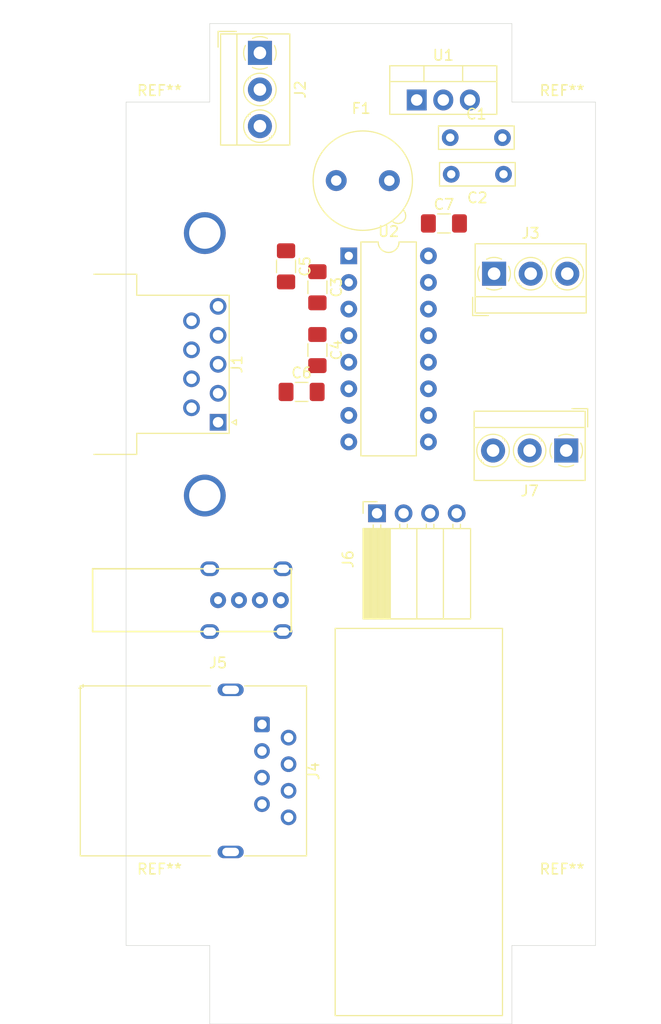
<source format=kicad_pcb>
(kicad_pcb (version 20171130) (host pcbnew 5.1.2)

  (general
    (thickness 1.6)
    (drawings 16)
    (tracks 0)
    (zones 0)
    (modules 21)
    (nets 20)
  )

  (page A4)
  (layers
    (0 F.Cu signal)
    (31 B.Cu signal)
    (32 B.Adhes user)
    (33 F.Adhes user)
    (34 B.Paste user)
    (35 F.Paste user)
    (36 B.SilkS user)
    (37 F.SilkS user)
    (38 B.Mask user)
    (39 F.Mask user)
    (40 Dwgs.User user)
    (41 Cmts.User user)
    (42 Eco1.User user)
    (43 Eco2.User user)
    (44 Edge.Cuts user)
    (45 Margin user)
    (46 B.CrtYd user)
    (47 F.CrtYd user)
    (48 B.Fab user)
    (49 F.Fab user)
  )

  (setup
    (last_trace_width 0.25)
    (trace_clearance 0.2)
    (zone_clearance 0.508)
    (zone_45_only no)
    (trace_min 0.2)
    (via_size 0.8)
    (via_drill 0.4)
    (via_min_size 0.4)
    (via_min_drill 0.3)
    (uvia_size 0.3)
    (uvia_drill 0.1)
    (uvias_allowed no)
    (uvia_min_size 0.2)
    (uvia_min_drill 0.1)
    (edge_width 0.05)
    (segment_width 0.2)
    (pcb_text_width 0.3)
    (pcb_text_size 1.5 1.5)
    (mod_edge_width 0.12)
    (mod_text_size 1 1)
    (mod_text_width 0.15)
    (pad_size 3.25 3.25)
    (pad_drill 3.25)
    (pad_to_mask_clearance 0.051)
    (solder_mask_min_width 0.25)
    (aux_axis_origin 0 0)
    (visible_elements FFFFFF7F)
    (pcbplotparams
      (layerselection 0x010fc_ffffffff)
      (usegerberextensions false)
      (usegerberattributes false)
      (usegerberadvancedattributes false)
      (creategerberjobfile false)
      (excludeedgelayer true)
      (linewidth 0.100000)
      (plotframeref false)
      (viasonmask false)
      (mode 1)
      (useauxorigin false)
      (hpglpennumber 1)
      (hpglpenspeed 20)
      (hpglpendiameter 15.000000)
      (psnegative false)
      (psa4output false)
      (plotreference true)
      (plotvalue true)
      (plotinvisibletext false)
      (padsonsilk false)
      (subtractmaskfromsilk false)
      (outputformat 1)
      (mirror false)
      (drillshape 1)
      (scaleselection 1)
      (outputdirectory ""))
  )

  (net 0 "")
  (net 1 "Net-(C1-Pad1)")
  (net 2 GND)
  (net 3 +5V)
  (net 4 "Net-(C3-Pad1)")
  (net 5 "Net-(C3-Pad2)")
  (net 6 "Net-(C4-Pad2)")
  (net 7 "Net-(C4-Pad1)")
  (net 8 "Net-(C5-Pad2)")
  (net 9 "Net-(C6-Pad2)")
  (net 10 +12P)
  (net 11 /LX-RX)
  (net 12 /LX-TX)
  (net 13 +12V)
  (net 14 /COMMON-TX)
  (net 15 /COMMON-RX)
  (net 16 /FLARM-TX)
  (net 17 /FLARM-RX)
  (net 18 /BT-TX)
  (net 19 /BT-RX)

  (net_class Default "Dies ist die voreingestellte Netzklasse."
    (clearance 0.2)
    (trace_width 0.25)
    (via_dia 0.8)
    (via_drill 0.4)
    (uvia_dia 0.3)
    (uvia_drill 0.1)
    (add_net +12P)
    (add_net +12V)
    (add_net +5V)
    (add_net /BT-RX)
    (add_net /BT-TX)
    (add_net /COMMON-RX)
    (add_net /COMMON-TX)
    (add_net /FLARM-RX)
    (add_net /FLARM-TX)
    (add_net /LX-RX)
    (add_net /LX-TX)
    (add_net GND)
    (add_net "Net-(C1-Pad1)")
    (add_net "Net-(C3-Pad1)")
    (add_net "Net-(C3-Pad2)")
    (add_net "Net-(C4-Pad1)")
    (add_net "Net-(C4-Pad2)")
    (add_net "Net-(C5-Pad2)")
    (add_net "Net-(C6-Pad2)")
  )

  (module MountingHole:MountingHole_3.2mm_M3 (layer F.Cu) (tedit 56D1B4CB) (tstamp 5CF42BD3)
    (at 197.5 101.9)
    (descr "Mounting Hole 3.2mm, no annular, M3")
    (tags "mounting hole 3.2mm no annular m3")
    (attr virtual)
    (fp_text reference REF** (at 0 -4.2) (layer F.SilkS)
      (effects (font (size 1 1) (thickness 0.15)))
    )
    (fp_text value MountingHole_3.2mm_M3 (at 0 4.2) (layer F.Fab)
      (effects (font (size 1 1) (thickness 0.15)))
    )
    (fp_circle (center 0 0) (end 3.45 0) (layer F.CrtYd) (width 0.05))
    (fp_circle (center 0 0) (end 3.2 0) (layer Cmts.User) (width 0.15))
    (fp_text user %R (at 0.3 0) (layer F.Fab)
      (effects (font (size 1 1) (thickness 0.15)))
    )
    (pad 1 np_thru_hole circle (at 0 0) (size 3.2 3.2) (drill 3.2) (layers *.Cu *.Mask))
  )

  (module MountingHole:MountingHole_3.2mm_M3 (layer F.Cu) (tedit 56D1B4CB) (tstamp 5CF42AD0)
    (at 159 101.9)
    (descr "Mounting Hole 3.2mm, no annular, M3")
    (tags "mounting hole 3.2mm no annular m3")
    (attr virtual)
    (fp_text reference REF** (at 0 -4.2) (layer F.SilkS)
      (effects (font (size 1 1) (thickness 0.15)))
    )
    (fp_text value MountingHole_3.2mm_M3 (at 0 4.2) (layer F.Fab)
      (effects (font (size 1 1) (thickness 0.15)))
    )
    (fp_circle (center 0 0) (end 3.45 0) (layer F.CrtYd) (width 0.05))
    (fp_circle (center 0 0) (end 3.2 0) (layer Cmts.User) (width 0.15))
    (fp_text user %R (at 0.3 0) (layer F.Fab)
      (effects (font (size 1 1) (thickness 0.15)))
    )
    (pad 1 np_thru_hole circle (at 0 0) (size 3.2 3.2) (drill 3.2) (layers *.Cu *.Mask))
  )

  (module MountingHole:MountingHole_3.2mm_M3 (layer F.Cu) (tedit 56D1B4CB) (tstamp 5CF429CD)
    (at 197.5 27.5)
    (descr "Mounting Hole 3.2mm, no annular, M3")
    (tags "mounting hole 3.2mm no annular m3")
    (attr virtual)
    (fp_text reference REF** (at 0 -4.2) (layer F.SilkS)
      (effects (font (size 1 1) (thickness 0.15)))
    )
    (fp_text value MountingHole_3.2mm_M3 (at 0 4.2) (layer F.Fab)
      (effects (font (size 1 1) (thickness 0.15)))
    )
    (fp_circle (center 0 0) (end 3.45 0) (layer F.CrtYd) (width 0.05))
    (fp_circle (center 0 0) (end 3.2 0) (layer Cmts.User) (width 0.15))
    (fp_text user %R (at 0.3 0) (layer F.Fab)
      (effects (font (size 1 1) (thickness 0.15)))
    )
    (pad 1 np_thru_hole circle (at 0 0) (size 3.2 3.2) (drill 3.2) (layers *.Cu *.Mask))
  )

  (module MountingHole:MountingHole_3.2mm_M3 (layer F.Cu) (tedit 56D1B4CB) (tstamp 5CF428CA)
    (at 159 27.5)
    (descr "Mounting Hole 3.2mm, no annular, M3")
    (tags "mounting hole 3.2mm no annular m3")
    (attr virtual)
    (fp_text reference REF** (at 0 -4.2) (layer F.SilkS)
      (effects (font (size 1 1) (thickness 0.15)))
    )
    (fp_text value MountingHole_3.2mm_M3 (at 0 4.2) (layer F.Fab)
      (effects (font (size 1 1) (thickness 0.15)))
    )
    (fp_circle (center 0 0) (end 3.45 0) (layer F.CrtYd) (width 0.05))
    (fp_circle (center 0 0) (end 3.2 0) (layer Cmts.User) (width 0.15))
    (fp_text user %R (at 0.3 0) (layer F.Fab)
      (effects (font (size 1 1) (thickness 0.15)))
    )
    (pad 1 np_thru_hole circle (at 0 0) (size 3.2 3.2) (drill 3.2) (layers *.Cu *.Mask))
  )

  (module Capacitor_THT:C_Rect_L7.0mm_W2.0mm_P5.00mm (layer F.Cu) (tedit 5AE50EF0) (tstamp 5CF0A962)
    (at 186.8 27.8)
    (descr "C, Rect series, Radial, pin pitch=5.00mm, , length*width=7*2mm^2, Capacitor")
    (tags "C Rect series Radial pin pitch 5.00mm  length 7mm width 2mm Capacitor")
    (path /5C941928)
    (fp_text reference C1 (at 2.5 -2.25) (layer F.SilkS)
      (effects (font (size 1 1) (thickness 0.15)))
    )
    (fp_text value 10u (at 2.5 2.25) (layer F.Fab)
      (effects (font (size 1 1) (thickness 0.15)))
    )
    (fp_text user %R (at 2.5 0) (layer F.Fab)
      (effects (font (size 1 1) (thickness 0.15)))
    )
    (fp_line (start 6.25 -1.25) (end -1.25 -1.25) (layer F.CrtYd) (width 0.05))
    (fp_line (start 6.25 1.25) (end 6.25 -1.25) (layer F.CrtYd) (width 0.05))
    (fp_line (start -1.25 1.25) (end 6.25 1.25) (layer F.CrtYd) (width 0.05))
    (fp_line (start -1.25 -1.25) (end -1.25 1.25) (layer F.CrtYd) (width 0.05))
    (fp_line (start 6.12 -1.12) (end 6.12 1.12) (layer F.SilkS) (width 0.12))
    (fp_line (start -1.12 -1.12) (end -1.12 1.12) (layer F.SilkS) (width 0.12))
    (fp_line (start -1.12 1.12) (end 6.12 1.12) (layer F.SilkS) (width 0.12))
    (fp_line (start -1.12 -1.12) (end 6.12 -1.12) (layer F.SilkS) (width 0.12))
    (fp_line (start 6 -1) (end -1 -1) (layer F.Fab) (width 0.1))
    (fp_line (start 6 1) (end 6 -1) (layer F.Fab) (width 0.1))
    (fp_line (start -1 1) (end 6 1) (layer F.Fab) (width 0.1))
    (fp_line (start -1 -1) (end -1 1) (layer F.Fab) (width 0.1))
    (pad 2 thru_hole circle (at 5 0) (size 1.6 1.6) (drill 0.8) (layers *.Cu *.Mask)
      (net 2 GND))
    (pad 1 thru_hole circle (at 0 0) (size 1.6 1.6) (drill 0.8) (layers *.Cu *.Mask)
      (net 1 "Net-(C1-Pad1)"))
    (model ${KISYS3DMOD}/Capacitor_THT.3dshapes/C_Rect_L7.0mm_W2.0mm_P5.00mm.wrl
      (at (xyz 0 0 0))
      (scale (xyz 1 1 1))
      (rotate (xyz 0 0 0))
    )
  )

  (module Capacitor_THT:C_Rect_L7.0mm_W2.0mm_P5.00mm (layer F.Cu) (tedit 5AE50EF0) (tstamp 5CF0A9E3)
    (at 191.9 31.3 180)
    (descr "C, Rect series, Radial, pin pitch=5.00mm, , length*width=7*2mm^2, Capacitor")
    (tags "C Rect series Radial pin pitch 5.00mm  length 7mm width 2mm Capacitor")
    (path /5C9419B5)
    (fp_text reference C2 (at 2.5 -2.25) (layer F.SilkS)
      (effects (font (size 1 1) (thickness 0.15)))
    )
    (fp_text value 10u (at 2.5 2.25) (layer F.Fab)
      (effects (font (size 1 1) (thickness 0.15)))
    )
    (fp_text user %R (at 2.5 0) (layer F.Fab)
      (effects (font (size 1 1) (thickness 0.15)))
    )
    (fp_line (start 6.25 -1.25) (end -1.25 -1.25) (layer F.CrtYd) (width 0.05))
    (fp_line (start 6.25 1.25) (end 6.25 -1.25) (layer F.CrtYd) (width 0.05))
    (fp_line (start -1.25 1.25) (end 6.25 1.25) (layer F.CrtYd) (width 0.05))
    (fp_line (start -1.25 -1.25) (end -1.25 1.25) (layer F.CrtYd) (width 0.05))
    (fp_line (start 6.12 -1.12) (end 6.12 1.12) (layer F.SilkS) (width 0.12))
    (fp_line (start -1.12 -1.12) (end -1.12 1.12) (layer F.SilkS) (width 0.12))
    (fp_line (start -1.12 1.12) (end 6.12 1.12) (layer F.SilkS) (width 0.12))
    (fp_line (start -1.12 -1.12) (end 6.12 -1.12) (layer F.SilkS) (width 0.12))
    (fp_line (start 6 -1) (end -1 -1) (layer F.Fab) (width 0.1))
    (fp_line (start 6 1) (end 6 -1) (layer F.Fab) (width 0.1))
    (fp_line (start -1 1) (end 6 1) (layer F.Fab) (width 0.1))
    (fp_line (start -1 -1) (end -1 1) (layer F.Fab) (width 0.1))
    (pad 2 thru_hole circle (at 5 0 180) (size 1.6 1.6) (drill 0.8) (layers *.Cu *.Mask)
      (net 2 GND))
    (pad 1 thru_hole circle (at 0 0 180) (size 1.6 1.6) (drill 0.8) (layers *.Cu *.Mask)
      (net 3 +5V))
    (model ${KISYS3DMOD}/Capacitor_THT.3dshapes/C_Rect_L7.0mm_W2.0mm_P5.00mm.wrl
      (at (xyz 0 0 0))
      (scale (xyz 1 1 1))
      (rotate (xyz 0 0 0))
    )
  )

  (module Capacitor_SMD:C_1206_3216Metric_Pad1.42x1.75mm_HandSolder (layer F.Cu) (tedit 5B301BBE) (tstamp 5CF08A33)
    (at 174.1 42.1 270)
    (descr "Capacitor SMD 1206 (3216 Metric), square (rectangular) end terminal, IPC_7351 nominal with elongated pad for handsoldering. (Body size source: http://www.tortai-tech.com/upload/download/2011102023233369053.pdf), generated with kicad-footprint-generator")
    (tags "capacitor handsolder")
    (path /5CA41016)
    (attr smd)
    (fp_text reference C3 (at 0 -1.82 90) (layer F.SilkS)
      (effects (font (size 1 1) (thickness 0.15)))
    )
    (fp_text value 1u (at 0 1.82 90) (layer F.Fab)
      (effects (font (size 1 1) (thickness 0.15)))
    )
    (fp_line (start -1.6 0.8) (end -1.6 -0.8) (layer F.Fab) (width 0.1))
    (fp_line (start -1.6 -0.8) (end 1.6 -0.8) (layer F.Fab) (width 0.1))
    (fp_line (start 1.6 -0.8) (end 1.6 0.8) (layer F.Fab) (width 0.1))
    (fp_line (start 1.6 0.8) (end -1.6 0.8) (layer F.Fab) (width 0.1))
    (fp_line (start -0.602064 -0.91) (end 0.602064 -0.91) (layer F.SilkS) (width 0.12))
    (fp_line (start -0.602064 0.91) (end 0.602064 0.91) (layer F.SilkS) (width 0.12))
    (fp_line (start -2.45 1.12) (end -2.45 -1.12) (layer F.CrtYd) (width 0.05))
    (fp_line (start -2.45 -1.12) (end 2.45 -1.12) (layer F.CrtYd) (width 0.05))
    (fp_line (start 2.45 -1.12) (end 2.45 1.12) (layer F.CrtYd) (width 0.05))
    (fp_line (start 2.45 1.12) (end -2.45 1.12) (layer F.CrtYd) (width 0.05))
    (fp_text user %R (at 0 0 90) (layer F.Fab)
      (effects (font (size 0.8 0.8) (thickness 0.12)))
    )
    (pad 1 smd roundrect (at -1.4875 0 270) (size 1.425 1.75) (layers F.Cu F.Paste F.Mask) (roundrect_rratio 0.175439)
      (net 4 "Net-(C3-Pad1)"))
    (pad 2 smd roundrect (at 1.4875 0 270) (size 1.425 1.75) (layers F.Cu F.Paste F.Mask) (roundrect_rratio 0.175439)
      (net 5 "Net-(C3-Pad2)"))
    (model ${KISYS3DMOD}/Capacitor_SMD.3dshapes/C_1206_3216Metric.wrl
      (at (xyz 0 0 0))
      (scale (xyz 1 1 1))
      (rotate (xyz 0 0 0))
    )
  )

  (module Capacitor_SMD:C_1206_3216Metric_Pad1.42x1.75mm_HandSolder (layer F.Cu) (tedit 5B301BBE) (tstamp 5CF08A44)
    (at 174.1 48.1 270)
    (descr "Capacitor SMD 1206 (3216 Metric), square (rectangular) end terminal, IPC_7351 nominal with elongated pad for handsoldering. (Body size source: http://www.tortai-tech.com/upload/download/2011102023233369053.pdf), generated with kicad-footprint-generator")
    (tags "capacitor handsolder")
    (path /5CA42392)
    (attr smd)
    (fp_text reference C4 (at 0 -1.82 90) (layer F.SilkS)
      (effects (font (size 1 1) (thickness 0.15)))
    )
    (fp_text value 1u (at 0 1.82 90) (layer F.Fab)
      (effects (font (size 1 1) (thickness 0.15)))
    )
    (fp_text user %R (at 0 0 90) (layer F.Fab)
      (effects (font (size 0.8 0.8) (thickness 0.12)))
    )
    (fp_line (start 2.45 1.12) (end -2.45 1.12) (layer F.CrtYd) (width 0.05))
    (fp_line (start 2.45 -1.12) (end 2.45 1.12) (layer F.CrtYd) (width 0.05))
    (fp_line (start -2.45 -1.12) (end 2.45 -1.12) (layer F.CrtYd) (width 0.05))
    (fp_line (start -2.45 1.12) (end -2.45 -1.12) (layer F.CrtYd) (width 0.05))
    (fp_line (start -0.602064 0.91) (end 0.602064 0.91) (layer F.SilkS) (width 0.12))
    (fp_line (start -0.602064 -0.91) (end 0.602064 -0.91) (layer F.SilkS) (width 0.12))
    (fp_line (start 1.6 0.8) (end -1.6 0.8) (layer F.Fab) (width 0.1))
    (fp_line (start 1.6 -0.8) (end 1.6 0.8) (layer F.Fab) (width 0.1))
    (fp_line (start -1.6 -0.8) (end 1.6 -0.8) (layer F.Fab) (width 0.1))
    (fp_line (start -1.6 0.8) (end -1.6 -0.8) (layer F.Fab) (width 0.1))
    (pad 2 smd roundrect (at 1.4875 0 270) (size 1.425 1.75) (layers F.Cu F.Paste F.Mask) (roundrect_rratio 0.175439)
      (net 6 "Net-(C4-Pad2)"))
    (pad 1 smd roundrect (at -1.4875 0 270) (size 1.425 1.75) (layers F.Cu F.Paste F.Mask) (roundrect_rratio 0.175439)
      (net 7 "Net-(C4-Pad1)"))
    (model ${KISYS3DMOD}/Capacitor_SMD.3dshapes/C_1206_3216Metric.wrl
      (at (xyz 0 0 0))
      (scale (xyz 1 1 1))
      (rotate (xyz 0 0 0))
    )
  )

  (module Capacitor_SMD:C_1206_3216Metric_Pad1.42x1.75mm_HandSolder (layer F.Cu) (tedit 5B301BBE) (tstamp 5CF08A55)
    (at 171.1 40.1 270)
    (descr "Capacitor SMD 1206 (3216 Metric), square (rectangular) end terminal, IPC_7351 nominal with elongated pad for handsoldering. (Body size source: http://www.tortai-tech.com/upload/download/2011102023233369053.pdf), generated with kicad-footprint-generator")
    (tags "capacitor handsolder")
    (path /5CA464BC)
    (attr smd)
    (fp_text reference C5 (at 0 -1.82 90) (layer F.SilkS)
      (effects (font (size 1 1) (thickness 0.15)))
    )
    (fp_text value 1u (at 0 1.82 90) (layer F.Fab)
      (effects (font (size 1 1) (thickness 0.15)))
    )
    (fp_line (start -1.6 0.8) (end -1.6 -0.8) (layer F.Fab) (width 0.1))
    (fp_line (start -1.6 -0.8) (end 1.6 -0.8) (layer F.Fab) (width 0.1))
    (fp_line (start 1.6 -0.8) (end 1.6 0.8) (layer F.Fab) (width 0.1))
    (fp_line (start 1.6 0.8) (end -1.6 0.8) (layer F.Fab) (width 0.1))
    (fp_line (start -0.602064 -0.91) (end 0.602064 -0.91) (layer F.SilkS) (width 0.12))
    (fp_line (start -0.602064 0.91) (end 0.602064 0.91) (layer F.SilkS) (width 0.12))
    (fp_line (start -2.45 1.12) (end -2.45 -1.12) (layer F.CrtYd) (width 0.05))
    (fp_line (start -2.45 -1.12) (end 2.45 -1.12) (layer F.CrtYd) (width 0.05))
    (fp_line (start 2.45 -1.12) (end 2.45 1.12) (layer F.CrtYd) (width 0.05))
    (fp_line (start 2.45 1.12) (end -2.45 1.12) (layer F.CrtYd) (width 0.05))
    (fp_text user %R (at 0 0 90) (layer F.Fab)
      (effects (font (size 0.8 0.8) (thickness 0.12)))
    )
    (pad 1 smd roundrect (at -1.4875 0 270) (size 1.425 1.75) (layers F.Cu F.Paste F.Mask) (roundrect_rratio 0.175439)
      (net 2 GND))
    (pad 2 smd roundrect (at 1.4875 0 270) (size 1.425 1.75) (layers F.Cu F.Paste F.Mask) (roundrect_rratio 0.175439)
      (net 8 "Net-(C5-Pad2)"))
    (model ${KISYS3DMOD}/Capacitor_SMD.3dshapes/C_1206_3216Metric.wrl
      (at (xyz 0 0 0))
      (scale (xyz 1 1 1))
      (rotate (xyz 0 0 0))
    )
  )

  (module Capacitor_SMD:C_1206_3216Metric_Pad1.42x1.75mm_HandSolder (layer F.Cu) (tedit 5B301BBE) (tstamp 5CF08A66)
    (at 172.5875 52.1)
    (descr "Capacitor SMD 1206 (3216 Metric), square (rectangular) end terminal, IPC_7351 nominal with elongated pad for handsoldering. (Body size source: http://www.tortai-tech.com/upload/download/2011102023233369053.pdf), generated with kicad-footprint-generator")
    (tags "capacitor handsolder")
    (path /5CA46F54)
    (attr smd)
    (fp_text reference C6 (at 0 -1.82) (layer F.SilkS)
      (effects (font (size 1 1) (thickness 0.15)))
    )
    (fp_text value 1u (at 0 1.82) (layer F.Fab)
      (effects (font (size 1 1) (thickness 0.15)))
    )
    (fp_text user %R (at 0 0) (layer F.Fab)
      (effects (font (size 0.8 0.8) (thickness 0.12)))
    )
    (fp_line (start 2.45 1.12) (end -2.45 1.12) (layer F.CrtYd) (width 0.05))
    (fp_line (start 2.45 -1.12) (end 2.45 1.12) (layer F.CrtYd) (width 0.05))
    (fp_line (start -2.45 -1.12) (end 2.45 -1.12) (layer F.CrtYd) (width 0.05))
    (fp_line (start -2.45 1.12) (end -2.45 -1.12) (layer F.CrtYd) (width 0.05))
    (fp_line (start -0.602064 0.91) (end 0.602064 0.91) (layer F.SilkS) (width 0.12))
    (fp_line (start -0.602064 -0.91) (end 0.602064 -0.91) (layer F.SilkS) (width 0.12))
    (fp_line (start 1.6 0.8) (end -1.6 0.8) (layer F.Fab) (width 0.1))
    (fp_line (start 1.6 -0.8) (end 1.6 0.8) (layer F.Fab) (width 0.1))
    (fp_line (start -1.6 -0.8) (end 1.6 -0.8) (layer F.Fab) (width 0.1))
    (fp_line (start -1.6 0.8) (end -1.6 -0.8) (layer F.Fab) (width 0.1))
    (pad 2 smd roundrect (at 1.4875 0) (size 1.425 1.75) (layers F.Cu F.Paste F.Mask) (roundrect_rratio 0.175439)
      (net 9 "Net-(C6-Pad2)"))
    (pad 1 smd roundrect (at -1.4875 0) (size 1.425 1.75) (layers F.Cu F.Paste F.Mask) (roundrect_rratio 0.175439)
      (net 2 GND))
    (model ${KISYS3DMOD}/Capacitor_SMD.3dshapes/C_1206_3216Metric.wrl
      (at (xyz 0 0 0))
      (scale (xyz 1 1 1))
      (rotate (xyz 0 0 0))
    )
  )

  (module Capacitor_SMD:C_1206_3216Metric_Pad1.42x1.75mm_HandSolder (layer F.Cu) (tedit 5B301BBE) (tstamp 5CF08A77)
    (at 186.2 36)
    (descr "Capacitor SMD 1206 (3216 Metric), square (rectangular) end terminal, IPC_7351 nominal with elongated pad for handsoldering. (Body size source: http://www.tortai-tech.com/upload/download/2011102023233369053.pdf), generated with kicad-footprint-generator")
    (tags "capacitor handsolder")
    (path /5CA51FC1)
    (attr smd)
    (fp_text reference C7 (at 0 -1.82) (layer F.SilkS)
      (effects (font (size 1 1) (thickness 0.15)))
    )
    (fp_text value 1u (at 0 1.82) (layer F.Fab)
      (effects (font (size 1 1) (thickness 0.15)))
    )
    (fp_line (start -1.6 0.8) (end -1.6 -0.8) (layer F.Fab) (width 0.1))
    (fp_line (start -1.6 -0.8) (end 1.6 -0.8) (layer F.Fab) (width 0.1))
    (fp_line (start 1.6 -0.8) (end 1.6 0.8) (layer F.Fab) (width 0.1))
    (fp_line (start 1.6 0.8) (end -1.6 0.8) (layer F.Fab) (width 0.1))
    (fp_line (start -0.602064 -0.91) (end 0.602064 -0.91) (layer F.SilkS) (width 0.12))
    (fp_line (start -0.602064 0.91) (end 0.602064 0.91) (layer F.SilkS) (width 0.12))
    (fp_line (start -2.45 1.12) (end -2.45 -1.12) (layer F.CrtYd) (width 0.05))
    (fp_line (start -2.45 -1.12) (end 2.45 -1.12) (layer F.CrtYd) (width 0.05))
    (fp_line (start 2.45 -1.12) (end 2.45 1.12) (layer F.CrtYd) (width 0.05))
    (fp_line (start 2.45 1.12) (end -2.45 1.12) (layer F.CrtYd) (width 0.05))
    (fp_text user %R (at 0 0) (layer F.Fab)
      (effects (font (size 0.8 0.8) (thickness 0.12)))
    )
    (pad 1 smd roundrect (at -1.4875 0) (size 1.425 1.75) (layers F.Cu F.Paste F.Mask) (roundrect_rratio 0.175439)
      (net 3 +5V))
    (pad 2 smd roundrect (at 1.4875 0) (size 1.425 1.75) (layers F.Cu F.Paste F.Mask) (roundrect_rratio 0.175439)
      (net 2 GND))
    (model ${KISYS3DMOD}/Capacitor_SMD.3dshapes/C_1206_3216Metric.wrl
      (at (xyz 0 0 0))
      (scale (xyz 1 1 1))
      (rotate (xyz 0 0 0))
    )
  )

  (module Fuse:Fuseholder_TR5_Littelfuse_No560_No460 (layer F.Cu) (tedit 5C39BAE2) (tstamp 5CF08A98)
    (at 175.9 31.9)
    (descr "Fuse, Fuseholder, TR5, Littelfuse/Wickmann, No. 460, No560, https://www.littelfuse.com/~/media/electronics/datasheets/fuse_holders/littelfuse_fuse_holder_559_560_datasheet.pdf.pdf")
    (tags "Fuse Fuseholder TR5 Littelfuse/Wickmann No. 460 No560 ")
    (path /5C9D0C23)
    (fp_text reference F1 (at 2.39 -6.89) (layer F.SilkS)
      (effects (font (size 1 1) (thickness 0.15)))
    )
    (fp_text value "Fuse 2A" (at 2.39 7.43) (layer F.Fab)
      (effects (font (size 1 1) (thickness 0.15)))
    )
    (fp_circle (center 2.54 0.01) (end 7.29 0.01) (layer F.SilkS) (width 0.12))
    (fp_circle (center 2.55 0) (end 7.25 0) (layer F.Fab) (width 0.1))
    (fp_line (start 7.54 5.01) (end -2.46 5.01) (layer F.CrtYd) (width 0.05))
    (fp_line (start 7.54 5.01) (end 7.54 -4.99) (layer F.CrtYd) (width 0.05))
    (fp_line (start -2.46 -4.99) (end -2.46 5.01) (layer F.CrtYd) (width 0.05))
    (fp_line (start -2.46 -4.99) (end 7.54 -4.99) (layer F.CrtYd) (width 0.05))
    (fp_line (start 5.49 3.99) (end 5.36 3.84) (layer F.SilkS) (width 0.12))
    (fp_line (start 5.67 4.07) (end 5.49 3.99) (layer F.SilkS) (width 0.12))
    (fp_line (start 5.96 4.11) (end 5.67 4.07) (layer F.SilkS) (width 0.12))
    (fp_line (start 6.25 4.03) (end 5.96 4.11) (layer F.SilkS) (width 0.12))
    (fp_line (start 6.47 3.86) (end 6.25 4.03) (layer F.SilkS) (width 0.12))
    (fp_line (start 6.62 3.6) (end 6.47 3.86) (layer F.SilkS) (width 0.12))
    (fp_line (start 6.65 3.34) (end 6.62 3.6) (layer F.SilkS) (width 0.12))
    (fp_line (start 6.6 3.09) (end 6.65 3.34) (layer F.SilkS) (width 0.12))
    (fp_line (start 6.51 2.93) (end 6.6 3.09) (layer F.SilkS) (width 0.12))
    (fp_line (start 6.39 2.79) (end 6.51 2.93) (layer F.SilkS) (width 0.12))
    (fp_line (start 6.34 2.74) (end 6.46 2.88) (layer F.Fab) (width 0.1))
    (fp_line (start 6.46 2.88) (end 6.55 3.04) (layer F.Fab) (width 0.1))
    (fp_line (start 6.55 3.04) (end 6.6 3.29) (layer F.Fab) (width 0.1))
    (fp_line (start 6.6 3.29) (end 6.57 3.55) (layer F.Fab) (width 0.1))
    (fp_line (start 6.57 3.55) (end 6.42 3.81) (layer F.Fab) (width 0.1))
    (fp_line (start 6.42 3.81) (end 6.2 3.98) (layer F.Fab) (width 0.1))
    (fp_line (start 6.2 3.98) (end 5.91 4.06) (layer F.Fab) (width 0.1))
    (fp_line (start 5.91 4.06) (end 5.62 4.02) (layer F.Fab) (width 0.1))
    (fp_line (start 5.62 4.02) (end 5.44 3.94) (layer F.Fab) (width 0.1))
    (fp_line (start 5.44 3.94) (end 5.31 3.79) (layer F.Fab) (width 0.1))
    (fp_text user %R (at 2.75 -2.75) (layer F.Fab)
      (effects (font (size 1 1) (thickness 0.15)))
    )
    (pad 2 thru_hole circle (at 5.08 0.01) (size 2 2) (drill 1) (layers *.Cu *.Mask)
      (net 1 "Net-(C1-Pad1)"))
    (pad 1 thru_hole circle (at 0 0) (size 2 2) (drill 1) (layers *.Cu *.Mask)
      (net 10 +12P))
    (model ${KISYS3DMOD}/Fuse.3dshapes/Fuseholder_TR5_Littelfuse_No560_No460.wrl
      (at (xyz 0 0 0))
      (scale (xyz 1 1 1))
      (rotate (xyz 0 0 0))
    )
  )

  (module JS_Local:DSUB-9_Female_Horizontal_Pitch2.77x2.54mm_EdgePinOffset9.40mm_CLICK (layer F.Cu) (tedit 5AD1D31E) (tstamp 5CF0967F)
    (at 164.6 55 270)
    (descr "9-pin D-Sub connector, horizontal/angled (90 deg), THT-mount, female, pitch 2.77x2.54mm, pin-PCB-offset 9.4mm, see http://docs-europe.electrocomponents.com/webdocs/1585/0900766b81585df2.pdf")
    (tags "9-pin D-Sub connector horizontal angled 90deg THT female pitch 2.77x2.54mm pin-PCB-offset 9.4mm")
    (path /5C9518E6)
    (fp_text reference J1 (at -5.54 -1.8 90) (layer F.SilkS)
      (effects (font (size 1 1) (thickness 0.15)))
    )
    (fp_text value DB9_Female (at -5.54 20.01 90) (layer F.Fab)
      (effects (font (size 1 1) (thickness 0.15)))
    )
    (fp_line (start -0.1 0) (end -0.1 7.84) (layer F.Fab) (width 0.1))
    (fp_line (start 0 0) (end 0 7.84) (layer F.Fab) (width 0.1))
    (fp_line (start 0.1 0) (end 0.1 7.84) (layer F.Fab) (width 0.1))
    (fp_line (start -2.87 0) (end -2.87 7.84) (layer F.Fab) (width 0.1))
    (fp_line (start -2.77 0) (end -2.77 7.84) (layer F.Fab) (width 0.1))
    (fp_line (start -2.67 0) (end -2.67 7.84) (layer F.Fab) (width 0.1))
    (fp_line (start -5.64 0) (end -5.64 7.84) (layer F.Fab) (width 0.1))
    (fp_line (start -5.54 0) (end -5.54 7.84) (layer F.Fab) (width 0.1))
    (fp_line (start -5.44 0) (end -5.44 7.84) (layer F.Fab) (width 0.1))
    (fp_line (start -8.41 0) (end -8.41 7.84) (layer F.Fab) (width 0.1))
    (fp_line (start -8.31 0) (end -8.31 7.84) (layer F.Fab) (width 0.1))
    (fp_line (start -8.21 0) (end -8.21 7.84) (layer F.Fab) (width 0.1))
    (fp_line (start -11.18 0) (end -11.18 7.84) (layer F.Fab) (width 0.1))
    (fp_line (start -11.08 0) (end -11.08 7.84) (layer F.Fab) (width 0.1))
    (fp_line (start -10.98 0) (end -10.98 7.84) (layer F.Fab) (width 0.1))
    (fp_line (start -1.485 2.54) (end -1.485 7.84) (layer F.Fab) (width 0.1))
    (fp_line (start -1.385 2.54) (end -1.385 7.84) (layer F.Fab) (width 0.1))
    (fp_line (start -1.285 2.54) (end -1.285 7.84) (layer F.Fab) (width 0.1))
    (fp_line (start -4.255 2.54) (end -4.255 7.84) (layer F.Fab) (width 0.1))
    (fp_line (start -4.155 2.54) (end -4.155 7.84) (layer F.Fab) (width 0.1))
    (fp_line (start -4.055 2.54) (end -4.055 7.84) (layer F.Fab) (width 0.1))
    (fp_line (start -7.025 2.54) (end -7.025 7.84) (layer F.Fab) (width 0.1))
    (fp_line (start -6.925 2.54) (end -6.925 7.84) (layer F.Fab) (width 0.1))
    (fp_line (start -6.825 2.54) (end -6.825 7.84) (layer F.Fab) (width 0.1))
    (fp_line (start -9.795 2.54) (end -9.795 7.84) (layer F.Fab) (width 0.1))
    (fp_line (start -9.695 2.54) (end -9.695 7.84) (layer F.Fab) (width 0.1))
    (fp_line (start -9.595 2.54) (end -9.595 7.84) (layer F.Fab) (width 0.1))
    (fp_line (start -14.09 7.84) (end -14.09 11.94) (layer F.Fab) (width 0.1))
    (fp_line (start -14.09 11.94) (end 3.01 11.94) (layer F.Fab) (width 0.1))
    (fp_line (start 3.01 11.94) (end 3.01 7.84) (layer F.Fab) (width 0.1))
    (fp_line (start 3.01 7.84) (end -14.09 7.84) (layer F.Fab) (width 0.1))
    (fp_line (start -20.965 11.94) (end -20.965 12.34) (layer F.Fab) (width 0.1))
    (fp_line (start -20.965 12.34) (end 9.885 12.34) (layer F.Fab) (width 0.1))
    (fp_line (start 9.885 12.34) (end 9.885 11.94) (layer F.Fab) (width 0.1))
    (fp_line (start 9.885 11.94) (end -20.965 11.94) (layer F.Fab) (width 0.1))
    (fp_line (start -13.69 12.34) (end -13.69 18.51) (layer F.Fab) (width 0.1))
    (fp_line (start -13.69 18.51) (end 2.61 18.51) (layer F.Fab) (width 0.1))
    (fp_line (start 2.61 18.51) (end 2.61 12.34) (layer F.Fab) (width 0.1))
    (fp_line (start 2.61 12.34) (end -13.69 12.34) (layer F.Fab) (width 0.1))
    (fp_line (start -14.15 11.88) (end -14.15 7.78) (layer F.SilkS) (width 0.12))
    (fp_line (start -14.15 7.78) (end -12.14 7.78) (layer F.SilkS) (width 0.12))
    (fp_line (start -12.14 7.78) (end -12.14 -1.06) (layer F.SilkS) (width 0.12))
    (fp_line (start -12.14 -1.06) (end 1.06 -1.06) (layer F.SilkS) (width 0.12))
    (fp_line (start 1.06 -1.06) (end 1.06 7.78) (layer F.SilkS) (width 0.12))
    (fp_line (start 1.06 7.78) (end 3.07 7.78) (layer F.SilkS) (width 0.12))
    (fp_line (start 3.07 7.78) (end 3.07 11.88) (layer F.SilkS) (width 0.12))
    (fp_line (start -0.25 -1.754338) (end 0.25 -1.754338) (layer F.SilkS) (width 0.12))
    (fp_line (start 0.25 -1.754338) (end 0 -1.321325) (layer F.SilkS) (width 0.12))
    (fp_line (start 0 -1.321325) (end -0.25 -1.754338) (layer F.SilkS) (width 0.12))
    (fp_line (start -14.2 19.05) (end -14.2 12.85) (layer F.CrtYd) (width 0.05))
    (fp_line (start -14.2 12.85) (end -21.5 12.85) (layer F.CrtYd) (width 0.05))
    (fp_line (start -21.5 12.85) (end -21.5 11.45) (layer F.CrtYd) (width 0.05))
    (fp_line (start -21.5 11.45) (end -14.6 11.45) (layer F.CrtYd) (width 0.05))
    (fp_line (start -14.6 11.45) (end -14.6 7.35) (layer F.CrtYd) (width 0.05))
    (fp_line (start -14.6 7.35) (end -12.4 7.35) (layer F.CrtYd) (width 0.05))
    (fp_line (start -12.4 7.35) (end -12.4 -1.35) (layer F.CrtYd) (width 0.05))
    (fp_line (start -12.4 -1.35) (end 1.3 -1.35) (layer F.CrtYd) (width 0.05))
    (fp_line (start 1.3 -1.35) (end 1.3 7.35) (layer F.CrtYd) (width 0.05))
    (fp_line (start 1.3 7.35) (end 3.55 7.35) (layer F.CrtYd) (width 0.05))
    (fp_line (start 3.55 7.35) (end 3.55 11.45) (layer F.CrtYd) (width 0.05))
    (fp_line (start 3.55 11.45) (end 10.4 11.45) (layer F.CrtYd) (width 0.05))
    (fp_line (start 10.4 11.45) (end 10.4 12.85) (layer F.CrtYd) (width 0.05))
    (fp_line (start 10.4 12.85) (end 3.15 12.85) (layer F.CrtYd) (width 0.05))
    (fp_line (start 3.15 12.85) (end 3.15 19.05) (layer F.CrtYd) (width 0.05))
    (fp_line (start 3.15 19.05) (end -14.2 19.05) (layer F.CrtYd) (width 0.05))
    (fp_text user %R (at -5.54 15.425 90) (layer F.Fab)
      (effects (font (size 1 1) (thickness 0.15)))
    )
    (pad B1 thru_hole circle (at -18.08 1.27 270) (size 4 4) (drill 3) (layers *.Cu *.Mask))
    (pad 1 thru_hole rect (at 0 0 270) (size 1.6 1.6) (drill 1) (layers *.Cu *.Mask))
    (pad 2 thru_hole circle (at -2.77 0 270) (size 1.6 1.6) (drill 1) (layers *.Cu *.Mask)
      (net 11 /LX-RX))
    (pad 3 thru_hole circle (at -5.54 0 270) (size 1.6 1.6) (drill 1) (layers *.Cu *.Mask)
      (net 12 /LX-TX))
    (pad 4 thru_hole circle (at -8.31 0 270) (size 1.6 1.6) (drill 1) (layers *.Cu *.Mask))
    (pad 5 thru_hole circle (at -11.08 0 270) (size 1.6 1.6) (drill 1) (layers *.Cu *.Mask)
      (net 2 GND))
    (pad 6 thru_hole circle (at -1.385 2.54 270) (size 1.6 1.6) (drill 1) (layers *.Cu *.Mask))
    (pad 7 thru_hole circle (at -4.155 2.54 270) (size 1.6 1.6) (drill 1) (layers *.Cu *.Mask))
    (pad 8 thru_hole circle (at -6.925 2.54 270) (size 1.6 1.6) (drill 1) (layers *.Cu *.Mask))
    (pad 9 thru_hole circle (at -9.695 2.54 270) (size 1.6 1.6) (drill 1) (layers *.Cu *.Mask))
    (pad B2 thru_hole circle (at 7 1.27 270) (size 4 4) (drill 3) (layers *.Cu *.Mask))
    (model ${KISYS3DMOD}/Connectors_DSub.3dshapes/DSUB-9_Female_Horizontal_Pitch2.77x2.54mm_EdgePinOffset9.40mm.wrl
      (at (xyz 0 0 0))
      (scale (xyz 1 1 1))
      (rotate (xyz 0 0 0))
    )
  )

  (module TerminalBlock_MetzConnect:TerminalBlock_MetzConnect_Type059_RT06303HBWC_1x03_P3.50mm_Horizontal (layer F.Cu) (tedit 5B294EA0) (tstamp 5CF08B1A)
    (at 168.6 19.7 270)
    (descr "terminal block Metz Connect Type059_RT06303HBWC, 3 pins, pitch 3.5mm, size 10.5x6.5mm^2, drill diamater 1.2mm, pad diameter 2.3mm, see http://www.metz-connect.com/de/system/files/productfiles/Datenblatt_310591_RT063xxHBWC_OFF-022684T.pdf, script-generated using https://github.com/pointhi/kicad-footprint-generator/scripts/TerminalBlock_MetzConnect")
    (tags "THT terminal block Metz Connect Type059_RT06303HBWC pitch 3.5mm size 10.5x6.5mm^2 drill 1.2mm pad 2.3mm")
    (path /5C93D920)
    (fp_text reference J2 (at 3.5 -3.86 90) (layer F.SilkS)
      (effects (font (size 1 1) (thickness 0.15)))
    )
    (fp_text value Screw_Terminal_01x03 (at 3.5 4.76 90) (layer F.Fab)
      (effects (font (size 1 1) (thickness 0.15)))
    )
    (fp_arc (start 0 0) (end 0 1.555) (angle -27) (layer F.SilkS) (width 0.12))
    (fp_arc (start 0 0) (end 1.386 0.707) (angle -54) (layer F.SilkS) (width 0.12))
    (fp_arc (start 0 0) (end 0.707 -1.386) (angle -54) (layer F.SilkS) (width 0.12))
    (fp_arc (start 0 0) (end -1.386 -0.707) (angle -54) (layer F.SilkS) (width 0.12))
    (fp_arc (start 0 0) (end -0.707 1.386) (angle -28) (layer F.SilkS) (width 0.12))
    (fp_circle (center 0 0) (end 1.375 0) (layer F.Fab) (width 0.1))
    (fp_circle (center 3.5 0) (end 4.875 0) (layer F.Fab) (width 0.1))
    (fp_circle (center 3.5 0) (end 5.055 0) (layer F.SilkS) (width 0.12))
    (fp_circle (center 7 0) (end 8.375 0) (layer F.Fab) (width 0.1))
    (fp_circle (center 7 0) (end 8.555 0) (layer F.SilkS) (width 0.12))
    (fp_line (start -1.75 -2.8) (end 8.75 -2.8) (layer F.Fab) (width 0.1))
    (fp_line (start 8.75 -2.8) (end 8.75 3.7) (layer F.Fab) (width 0.1))
    (fp_line (start 8.75 3.7) (end -0.25 3.7) (layer F.Fab) (width 0.1))
    (fp_line (start -0.25 3.7) (end -1.75 2.2) (layer F.Fab) (width 0.1))
    (fp_line (start -1.75 2.2) (end -1.75 -2.8) (layer F.Fab) (width 0.1))
    (fp_line (start -1.75 2.2) (end 8.75 2.2) (layer F.Fab) (width 0.1))
    (fp_line (start -1.81 2.2) (end 8.81 2.2) (layer F.SilkS) (width 0.12))
    (fp_line (start -1.81 -2.86) (end 8.81 -2.86) (layer F.SilkS) (width 0.12))
    (fp_line (start -1.81 3.76) (end 8.81 3.76) (layer F.SilkS) (width 0.12))
    (fp_line (start -1.81 -2.86) (end -1.81 3.76) (layer F.SilkS) (width 0.12))
    (fp_line (start 8.81 -2.86) (end 8.81 3.76) (layer F.SilkS) (width 0.12))
    (fp_line (start 1.043 -0.875) (end -0.876 1.043) (layer F.Fab) (width 0.1))
    (fp_line (start 0.876 -1.043) (end -1.043 0.875) (layer F.Fab) (width 0.1))
    (fp_line (start 4.543 -0.875) (end 2.625 1.043) (layer F.Fab) (width 0.1))
    (fp_line (start 4.376 -1.043) (end 2.458 0.875) (layer F.Fab) (width 0.1))
    (fp_line (start 4.68 -0.99) (end 4.604 -0.914) (layer F.SilkS) (width 0.12))
    (fp_line (start 2.565 1.125) (end 2.511 1.18) (layer F.SilkS) (width 0.12))
    (fp_line (start 4.49 -1.18) (end 4.436 -1.126) (layer F.SilkS) (width 0.12))
    (fp_line (start 2.397 0.914) (end 2.321 0.99) (layer F.SilkS) (width 0.12))
    (fp_line (start 8.043 -0.875) (end 6.125 1.043) (layer F.Fab) (width 0.1))
    (fp_line (start 7.876 -1.043) (end 5.958 0.875) (layer F.Fab) (width 0.1))
    (fp_line (start 8.18 -0.99) (end 8.104 -0.914) (layer F.SilkS) (width 0.12))
    (fp_line (start 6.065 1.125) (end 6.011 1.18) (layer F.SilkS) (width 0.12))
    (fp_line (start 7.99 -1.18) (end 7.936 -1.126) (layer F.SilkS) (width 0.12))
    (fp_line (start 5.897 0.914) (end 5.821 0.99) (layer F.SilkS) (width 0.12))
    (fp_line (start -2.05 2.26) (end -2.05 4) (layer F.SilkS) (width 0.12))
    (fp_line (start -2.05 4) (end -0.55 4) (layer F.SilkS) (width 0.12))
    (fp_line (start -2.25 -3.3) (end -2.25 4.2) (layer F.CrtYd) (width 0.05))
    (fp_line (start -2.25 4.2) (end 9.25 4.2) (layer F.CrtYd) (width 0.05))
    (fp_line (start 9.25 4.2) (end 9.25 -3.3) (layer F.CrtYd) (width 0.05))
    (fp_line (start 9.25 -3.3) (end -2.25 -3.3) (layer F.CrtYd) (width 0.05))
    (fp_text user %R (at 3.5 2.95 90) (layer F.Fab)
      (effects (font (size 1 1) (thickness 0.15)))
    )
    (pad 1 thru_hole rect (at 0 0 270) (size 2.3 2.3) (drill 1.2) (layers *.Cu *.Mask)
      (net 2 GND))
    (pad 2 thru_hole circle (at 3.5 0 270) (size 2.3 2.3) (drill 1.2) (layers *.Cu *.Mask)
      (net 13 +12V))
    (pad 3 thru_hole circle (at 7 0 270) (size 2.3 2.3) (drill 1.2) (layers *.Cu *.Mask)
      (net 10 +12P))
    (model ${KISYS3DMOD}/TerminalBlock_MetzConnect.3dshapes/TerminalBlock_MetzConnect_Type059_RT06303HBWC_1x03_P3.50mm_Horizontal.wrl
      (at (xyz 0 0 0))
      (scale (xyz 1 1 1))
      (rotate (xyz 0 0 0))
    )
  )

  (module Connector_PinSocket_2.54mm:PinSocket_1x04_P2.54mm_Horizontal (layer F.Cu) (tedit 5A19A424) (tstamp 5CF08BDA)
    (at 179.8 63.7 90)
    (descr "Through hole angled socket strip, 1x04, 2.54mm pitch, 8.51mm socket length, single row (from Kicad 4.0.7), script generated")
    (tags "Through hole angled socket strip THT 1x04 2.54mm single row")
    (path /5C93D289)
    (fp_text reference J6 (at -4.38 -2.77 90) (layer F.SilkS)
      (effects (font (size 1 1) (thickness 0.15)))
    )
    (fp_text value Conn_01x04_Female (at -4.38 10.39 90) (layer F.Fab)
      (effects (font (size 1 1) (thickness 0.15)))
    )
    (fp_line (start -10.03 -1.27) (end -2.49 -1.27) (layer F.Fab) (width 0.1))
    (fp_line (start -2.49 -1.27) (end -1.52 -0.3) (layer F.Fab) (width 0.1))
    (fp_line (start -1.52 -0.3) (end -1.52 8.89) (layer F.Fab) (width 0.1))
    (fp_line (start -1.52 8.89) (end -10.03 8.89) (layer F.Fab) (width 0.1))
    (fp_line (start -10.03 8.89) (end -10.03 -1.27) (layer F.Fab) (width 0.1))
    (fp_line (start 0 -0.3) (end -1.52 -0.3) (layer F.Fab) (width 0.1))
    (fp_line (start -1.52 0.3) (end 0 0.3) (layer F.Fab) (width 0.1))
    (fp_line (start 0 0.3) (end 0 -0.3) (layer F.Fab) (width 0.1))
    (fp_line (start 0 2.24) (end -1.52 2.24) (layer F.Fab) (width 0.1))
    (fp_line (start -1.52 2.84) (end 0 2.84) (layer F.Fab) (width 0.1))
    (fp_line (start 0 2.84) (end 0 2.24) (layer F.Fab) (width 0.1))
    (fp_line (start 0 4.78) (end -1.52 4.78) (layer F.Fab) (width 0.1))
    (fp_line (start -1.52 5.38) (end 0 5.38) (layer F.Fab) (width 0.1))
    (fp_line (start 0 5.38) (end 0 4.78) (layer F.Fab) (width 0.1))
    (fp_line (start 0 7.32) (end -1.52 7.32) (layer F.Fab) (width 0.1))
    (fp_line (start -1.52 7.92) (end 0 7.92) (layer F.Fab) (width 0.1))
    (fp_line (start 0 7.92) (end 0 7.32) (layer F.Fab) (width 0.1))
    (fp_line (start -10.09 -1.21) (end -1.46 -1.21) (layer F.SilkS) (width 0.12))
    (fp_line (start -10.09 -1.091905) (end -1.46 -1.091905) (layer F.SilkS) (width 0.12))
    (fp_line (start -10.09 -0.97381) (end -1.46 -0.97381) (layer F.SilkS) (width 0.12))
    (fp_line (start -10.09 -0.855715) (end -1.46 -0.855715) (layer F.SilkS) (width 0.12))
    (fp_line (start -10.09 -0.73762) (end -1.46 -0.73762) (layer F.SilkS) (width 0.12))
    (fp_line (start -10.09 -0.619525) (end -1.46 -0.619525) (layer F.SilkS) (width 0.12))
    (fp_line (start -10.09 -0.50143) (end -1.46 -0.50143) (layer F.SilkS) (width 0.12))
    (fp_line (start -10.09 -0.383335) (end -1.46 -0.383335) (layer F.SilkS) (width 0.12))
    (fp_line (start -10.09 -0.26524) (end -1.46 -0.26524) (layer F.SilkS) (width 0.12))
    (fp_line (start -10.09 -0.147145) (end -1.46 -0.147145) (layer F.SilkS) (width 0.12))
    (fp_line (start -10.09 -0.02905) (end -1.46 -0.02905) (layer F.SilkS) (width 0.12))
    (fp_line (start -10.09 0.089045) (end -1.46 0.089045) (layer F.SilkS) (width 0.12))
    (fp_line (start -10.09 0.20714) (end -1.46 0.20714) (layer F.SilkS) (width 0.12))
    (fp_line (start -10.09 0.325235) (end -1.46 0.325235) (layer F.SilkS) (width 0.12))
    (fp_line (start -10.09 0.44333) (end -1.46 0.44333) (layer F.SilkS) (width 0.12))
    (fp_line (start -10.09 0.561425) (end -1.46 0.561425) (layer F.SilkS) (width 0.12))
    (fp_line (start -10.09 0.67952) (end -1.46 0.67952) (layer F.SilkS) (width 0.12))
    (fp_line (start -10.09 0.797615) (end -1.46 0.797615) (layer F.SilkS) (width 0.12))
    (fp_line (start -10.09 0.91571) (end -1.46 0.91571) (layer F.SilkS) (width 0.12))
    (fp_line (start -10.09 1.033805) (end -1.46 1.033805) (layer F.SilkS) (width 0.12))
    (fp_line (start -10.09 1.1519) (end -1.46 1.1519) (layer F.SilkS) (width 0.12))
    (fp_line (start -1.46 -0.36) (end -1.11 -0.36) (layer F.SilkS) (width 0.12))
    (fp_line (start -1.46 0.36) (end -1.11 0.36) (layer F.SilkS) (width 0.12))
    (fp_line (start -1.46 2.18) (end -1.05 2.18) (layer F.SilkS) (width 0.12))
    (fp_line (start -1.46 2.9) (end -1.05 2.9) (layer F.SilkS) (width 0.12))
    (fp_line (start -1.46 4.72) (end -1.05 4.72) (layer F.SilkS) (width 0.12))
    (fp_line (start -1.46 5.44) (end -1.05 5.44) (layer F.SilkS) (width 0.12))
    (fp_line (start -1.46 7.26) (end -1.05 7.26) (layer F.SilkS) (width 0.12))
    (fp_line (start -1.46 7.98) (end -1.05 7.98) (layer F.SilkS) (width 0.12))
    (fp_line (start -10.09 1.27) (end -1.46 1.27) (layer F.SilkS) (width 0.12))
    (fp_line (start -10.09 3.81) (end -1.46 3.81) (layer F.SilkS) (width 0.12))
    (fp_line (start -10.09 6.35) (end -1.46 6.35) (layer F.SilkS) (width 0.12))
    (fp_line (start -10.09 -1.33) (end -1.46 -1.33) (layer F.SilkS) (width 0.12))
    (fp_line (start -1.46 -1.33) (end -1.46 8.95) (layer F.SilkS) (width 0.12))
    (fp_line (start -10.09 8.95) (end -1.46 8.95) (layer F.SilkS) (width 0.12))
    (fp_line (start -10.09 -1.33) (end -10.09 8.95) (layer F.SilkS) (width 0.12))
    (fp_line (start 1.11 -1.33) (end 1.11 0) (layer F.SilkS) (width 0.12))
    (fp_line (start 0 -1.33) (end 1.11 -1.33) (layer F.SilkS) (width 0.12))
    (fp_line (start 1.75 -1.75) (end -10.55 -1.75) (layer F.CrtYd) (width 0.05))
    (fp_line (start -10.55 -1.75) (end -10.55 9.45) (layer F.CrtYd) (width 0.05))
    (fp_line (start -10.55 9.45) (end 1.75 9.45) (layer F.CrtYd) (width 0.05))
    (fp_line (start 1.75 9.45) (end 1.75 -1.75) (layer F.CrtYd) (width 0.05))
    (fp_text user %R (at -5.775 3.81) (layer F.Fab)
      (effects (font (size 1 1) (thickness 0.15)))
    )
    (pad 1 thru_hole rect (at 0 0 90) (size 1.7 1.7) (drill 1) (layers *.Cu *.Mask)
      (net 19 /BT-RX))
    (pad 2 thru_hole oval (at 0 2.54 90) (size 1.7 1.7) (drill 1) (layers *.Cu *.Mask)
      (net 18 /BT-TX))
    (pad 3 thru_hole oval (at 0 5.08 90) (size 1.7 1.7) (drill 1) (layers *.Cu *.Mask)
      (net 2 GND))
    (pad 4 thru_hole oval (at 0 7.62 90) (size 1.7 1.7) (drill 1) (layers *.Cu *.Mask)
      (net 3 +5V))
    (model ${KISYS3DMOD}/Connector_PinSocket_2.54mm.3dshapes/PinSocket_1x04_P2.54mm_Horizontal.wrl
      (at (xyz 0 0 0))
      (scale (xyz 1 1 1))
      (rotate (xyz 0 0 0))
    )
  )

  (module Package_TO_SOT_THT:TO-220-3_Vertical (layer F.Cu) (tedit 5AC8BA0D) (tstamp 5CF08BF4)
    (at 183.6 24.2)
    (descr "TO-220-3, Vertical, RM 2.54mm, see https://www.vishay.com/docs/66542/to-220-1.pdf")
    (tags "TO-220-3 Vertical RM 2.54mm")
    (path /5C9417FB)
    (fp_text reference U1 (at 2.54 -4.27) (layer F.SilkS)
      (effects (font (size 1 1) (thickness 0.15)))
    )
    (fp_text value L7805 (at 2.54 2.5) (layer F.Fab)
      (effects (font (size 1 1) (thickness 0.15)))
    )
    (fp_line (start -2.46 -3.15) (end -2.46 1.25) (layer F.Fab) (width 0.1))
    (fp_line (start -2.46 1.25) (end 7.54 1.25) (layer F.Fab) (width 0.1))
    (fp_line (start 7.54 1.25) (end 7.54 -3.15) (layer F.Fab) (width 0.1))
    (fp_line (start 7.54 -3.15) (end -2.46 -3.15) (layer F.Fab) (width 0.1))
    (fp_line (start -2.46 -1.88) (end 7.54 -1.88) (layer F.Fab) (width 0.1))
    (fp_line (start 0.69 -3.15) (end 0.69 -1.88) (layer F.Fab) (width 0.1))
    (fp_line (start 4.39 -3.15) (end 4.39 -1.88) (layer F.Fab) (width 0.1))
    (fp_line (start -2.58 -3.27) (end 7.66 -3.27) (layer F.SilkS) (width 0.12))
    (fp_line (start -2.58 1.371) (end 7.66 1.371) (layer F.SilkS) (width 0.12))
    (fp_line (start -2.58 -3.27) (end -2.58 1.371) (layer F.SilkS) (width 0.12))
    (fp_line (start 7.66 -3.27) (end 7.66 1.371) (layer F.SilkS) (width 0.12))
    (fp_line (start -2.58 -1.76) (end 7.66 -1.76) (layer F.SilkS) (width 0.12))
    (fp_line (start 0.69 -3.27) (end 0.69 -1.76) (layer F.SilkS) (width 0.12))
    (fp_line (start 4.391 -3.27) (end 4.391 -1.76) (layer F.SilkS) (width 0.12))
    (fp_line (start -2.71 -3.4) (end -2.71 1.51) (layer F.CrtYd) (width 0.05))
    (fp_line (start -2.71 1.51) (end 7.79 1.51) (layer F.CrtYd) (width 0.05))
    (fp_line (start 7.79 1.51) (end 7.79 -3.4) (layer F.CrtYd) (width 0.05))
    (fp_line (start 7.79 -3.4) (end -2.71 -3.4) (layer F.CrtYd) (width 0.05))
    (fp_text user %R (at 2.54 -4.27) (layer F.Fab)
      (effects (font (size 1 1) (thickness 0.15)))
    )
    (pad 1 thru_hole rect (at 0 0) (size 1.905 2) (drill 1.1) (layers *.Cu *.Mask)
      (net 1 "Net-(C1-Pad1)"))
    (pad 2 thru_hole oval (at 2.54 0) (size 1.905 2) (drill 1.1) (layers *.Cu *.Mask)
      (net 2 GND))
    (pad 3 thru_hole oval (at 5.08 0) (size 1.905 2) (drill 1.1) (layers *.Cu *.Mask)
      (net 3 +5V))
    (model ${KISYS3DMOD}/Package_TO_SOT_THT.3dshapes/TO-220-3_Vertical.wrl
      (at (xyz 0 0 0))
      (scale (xyz 1 1 1))
      (rotate (xyz 0 0 0))
    )
  )

  (module Package_DIP:DIP-16_W7.62mm (layer F.Cu) (tedit 5A02E8C5) (tstamp 5CF08C18)
    (at 177.1 39.1)
    (descr "16-lead though-hole mounted DIP package, row spacing 7.62 mm (300 mils)")
    (tags "THT DIP DIL PDIP 2.54mm 7.62mm 300mil")
    (path /5C9C01BB)
    (fp_text reference U2 (at 3.81 -2.33) (layer F.SilkS)
      (effects (font (size 1 1) (thickness 0.15)))
    )
    (fp_text value MAX232 (at 3.81 20.11) (layer F.Fab)
      (effects (font (size 1 1) (thickness 0.15)))
    )
    (fp_arc (start 3.81 -1.33) (end 2.81 -1.33) (angle -180) (layer F.SilkS) (width 0.12))
    (fp_line (start 1.635 -1.27) (end 6.985 -1.27) (layer F.Fab) (width 0.1))
    (fp_line (start 6.985 -1.27) (end 6.985 19.05) (layer F.Fab) (width 0.1))
    (fp_line (start 6.985 19.05) (end 0.635 19.05) (layer F.Fab) (width 0.1))
    (fp_line (start 0.635 19.05) (end 0.635 -0.27) (layer F.Fab) (width 0.1))
    (fp_line (start 0.635 -0.27) (end 1.635 -1.27) (layer F.Fab) (width 0.1))
    (fp_line (start 2.81 -1.33) (end 1.16 -1.33) (layer F.SilkS) (width 0.12))
    (fp_line (start 1.16 -1.33) (end 1.16 19.11) (layer F.SilkS) (width 0.12))
    (fp_line (start 1.16 19.11) (end 6.46 19.11) (layer F.SilkS) (width 0.12))
    (fp_line (start 6.46 19.11) (end 6.46 -1.33) (layer F.SilkS) (width 0.12))
    (fp_line (start 6.46 -1.33) (end 4.81 -1.33) (layer F.SilkS) (width 0.12))
    (fp_line (start -1.1 -1.55) (end -1.1 19.3) (layer F.CrtYd) (width 0.05))
    (fp_line (start -1.1 19.3) (end 8.7 19.3) (layer F.CrtYd) (width 0.05))
    (fp_line (start 8.7 19.3) (end 8.7 -1.55) (layer F.CrtYd) (width 0.05))
    (fp_line (start 8.7 -1.55) (end -1.1 -1.55) (layer F.CrtYd) (width 0.05))
    (fp_text user %R (at 3.81 8.89) (layer F.Fab)
      (effects (font (size 1 1) (thickness 0.15)))
    )
    (pad 1 thru_hole rect (at 0 0) (size 1.6 1.6) (drill 0.8) (layers *.Cu *.Mask)
      (net 4 "Net-(C3-Pad1)"))
    (pad 9 thru_hole oval (at 7.62 17.78) (size 1.6 1.6) (drill 0.8) (layers *.Cu *.Mask))
    (pad 2 thru_hole oval (at 0 2.54) (size 1.6 1.6) (drill 0.8) (layers *.Cu *.Mask)
      (net 8 "Net-(C5-Pad2)"))
    (pad 10 thru_hole oval (at 7.62 15.24) (size 1.6 1.6) (drill 0.8) (layers *.Cu *.Mask))
    (pad 3 thru_hole oval (at 0 5.08) (size 1.6 1.6) (drill 0.8) (layers *.Cu *.Mask)
      (net 5 "Net-(C3-Pad2)"))
    (pad 11 thru_hole oval (at 7.62 12.7) (size 1.6 1.6) (drill 0.8) (layers *.Cu *.Mask)
      (net 18 /BT-TX))
    (pad 4 thru_hole oval (at 0 7.62) (size 1.6 1.6) (drill 0.8) (layers *.Cu *.Mask)
      (net 7 "Net-(C4-Pad1)"))
    (pad 12 thru_hole oval (at 7.62 10.16) (size 1.6 1.6) (drill 0.8) (layers *.Cu *.Mask)
      (net 19 /BT-RX))
    (pad 5 thru_hole oval (at 0 10.16) (size 1.6 1.6) (drill 0.8) (layers *.Cu *.Mask)
      (net 6 "Net-(C4-Pad2)"))
    (pad 13 thru_hole oval (at 7.62 7.62) (size 1.6 1.6) (drill 0.8) (layers *.Cu *.Mask)
      (net 14 /COMMON-TX))
    (pad 6 thru_hole oval (at 0 12.7) (size 1.6 1.6) (drill 0.8) (layers *.Cu *.Mask)
      (net 9 "Net-(C6-Pad2)"))
    (pad 14 thru_hole oval (at 7.62 5.08) (size 1.6 1.6) (drill 0.8) (layers *.Cu *.Mask)
      (net 15 /COMMON-RX))
    (pad 7 thru_hole oval (at 0 15.24) (size 1.6 1.6) (drill 0.8) (layers *.Cu *.Mask))
    (pad 15 thru_hole oval (at 7.62 2.54) (size 1.6 1.6) (drill 0.8) (layers *.Cu *.Mask)
      (net 2 GND))
    (pad 8 thru_hole oval (at 0 17.78) (size 1.6 1.6) (drill 0.8) (layers *.Cu *.Mask))
    (pad 16 thru_hole oval (at 7.62 0) (size 1.6 1.6) (drill 0.8) (layers *.Cu *.Mask)
      (net 3 +5V))
    (model ${KISYS3DMOD}/Package_DIP.3dshapes/DIP-16_W7.62mm.wrl
      (at (xyz 0 0 0))
      (scale (xyz 1 1 1))
      (rotate (xyz 0 0 0))
    )
  )

  (module JS_Local:USB_A_UPRIGHT_SEGOR (layer F.Cu) (tedit 5CF03CDF) (tstamp 5CF0A1AE)
    (at 164.6 72)
    (path /5CA5D0AD)
    (fp_text reference J5 (at 0 6) (layer F.SilkS)
      (effects (font (size 1 1) (thickness 0.15)))
    )
    (fp_text value USB_A (at 0 -15) (layer F.Fab)
      (effects (font (size 1 1) (thickness 0.15)))
    )
    (fp_line (start -12 0) (end -12 -3) (layer F.SilkS) (width 0.15))
    (fp_line (start -12 -3) (end 7 -3) (layer F.SilkS) (width 0.15))
    (fp_line (start 7 -3) (end 7 2) (layer F.SilkS) (width 0.15))
    (fp_line (start 7 2) (end 7 3) (layer F.SilkS) (width 0.15))
    (fp_line (start 7 3) (end -12 3) (layer F.SilkS) (width 0.15))
    (fp_line (start -12 3) (end -12 0) (layer F.SilkS) (width 0.15))
    (pad 1 thru_hole circle (at 0 0) (size 1.524 1.524) (drill 0.762) (layers *.Cu *.Mask)
      (net 3 +5V))
    (pad 2 thru_hole circle (at 2 0) (size 1.524 1.524) (drill 0.762) (layers *.Cu *.Mask)
      (net 14 /COMMON-TX))
    (pad 3 thru_hole circle (at 4 0) (size 1.524 1.524) (drill 0.762) (layers *.Cu *.Mask)
      (net 15 /COMMON-RX))
    (pad 4 thru_hole circle (at 6 0) (size 1.524 1.524) (drill 0.762) (layers *.Cu *.Mask)
      (net 2 GND))
    (pad 5 thru_hole oval (at 6.2 -3) (size 1.8 1.4) (drill oval 1.2 0.8) (layers *.Cu *.Mask)
      (net 2 GND))
    (pad 5 thru_hole oval (at 6.2 3) (size 1.8 1.4) (drill oval 1.2 0.8) (layers *.Cu *.Mask)
      (net 2 GND))
    (pad 5 thru_hole oval (at -0.8 -3) (size 1.8 1.4) (drill oval 1.2 0.8) (layers *.Cu *.Mask)
      (net 2 GND))
    (pad 5 thru_hole oval (at -0.8 3) (size 1.8 1.4) (drill oval 1.2 0.8) (layers *.Cu *.Mask)
      (net 2 GND))
  )

  (module JS_Local:RJ45_SEGOR (layer F.Cu) (tedit 5CF03FD8) (tstamp 5CF0A758)
    (at 168.8 83.875 270)
    (descr http://www.kosmodrom.com.ua/pdf/HR911105A.pdf)
    (tags "RJ45 Magjack")
    (path /5C93DA28)
    (fp_text reference J4 (at 4.45 -4.96 90) (layer F.SilkS)
      (effects (font (size 1 1) (thickness 0.15)))
    )
    (fp_text value RJ45 (at 4.44 17.94 90) (layer F.Fab)
      (effects (font (size 1 1) (thickness 0.15)))
    )
    (fp_line (start -3.56 0.99) (end -3.56 17.26) (layer F.Fab) (width 0.1))
    (fp_line (start -3.56 -4.14) (end 12.44 -4.14) (layer F.Fab) (width 0.1))
    (fp_line (start 12.44 -4.14) (end 12.44 17.26) (layer F.Fab) (width 0.1))
    (fp_line (start -3.56 17.26) (end 12.44 17.26) (layer F.Fab) (width 0.1))
    (fp_text user %R (at 4.44 6.36 90) (layer F.Fab)
      (effects (font (size 1 1) (thickness 0.15)))
    )
    (fp_line (start -3.56 -4.14) (end -3.56 -1.01) (layer F.Fab) (width 0.1))
    (fp_line (start -2.56 -0.01) (end -3.56 -1.01) (layer F.Fab) (width 0.1))
    (fp_line (start -2.56 -0.01) (end -3.56 0.99) (layer F.Fab) (width 0.1))
    (fp_line (start -3.68 -4.26) (end 12.56 -4.26) (layer F.SilkS) (width 0.12))
    (fp_line (start 12.56 -4.26) (end 12.56 1.65) (layer F.SilkS) (width 0.12))
    (fp_line (start -3.68 -4.26) (end -3.68 1.65) (layer F.SilkS) (width 0.12))
    (fp_line (start -3.68 4.93) (end -3.68 17.38) (layer F.SilkS) (width 0.12))
    (fp_line (start 12.56 17.38) (end -3.68 17.38) (layer F.SilkS) (width 0.12))
    (fp_line (start 12.56 4.93) (end 12.56 17.38) (layer F.SilkS) (width 0.12))
    (fp_line (start -3.81 4.93) (end -3.81 17.51) (layer F.CrtYd) (width 0.05))
    (fp_line (start -4.81 3.93) (end -4.81 2.65) (layer F.CrtYd) (width 0.05))
    (fp_line (start -3.81 1.65) (end -4.81 2.65) (layer F.CrtYd) (width 0.05))
    (fp_line (start -4.81 3.93) (end -3.81 4.93) (layer F.CrtYd) (width 0.05))
    (fp_line (start -3.81 1.65) (end -3.81 -4.4) (layer F.CrtYd) (width 0.05))
    (fp_line (start -3.81 -4.39) (end 12.69 -4.39) (layer F.CrtYd) (width 0.05))
    (fp_line (start -3.81 17.51) (end 12.69 17.51) (layer F.CrtYd) (width 0.05))
    (fp_line (start -3.56 17.11) (end -3.81 17.11) (layer F.SilkS) (width 0.12))
    (fp_line (start -3.46 17.26) (end -3.46 17.51) (layer F.SilkS) (width 0.12))
    (fp_line (start 13.69 3.93) (end 12.69 4.93) (layer F.CrtYd) (width 0.05))
    (fp_line (start 13.69 3.93) (end 13.69 2.65) (layer F.CrtYd) (width 0.05))
    (fp_line (start 12.69 1.65) (end 12.69 -4.39) (layer F.CrtYd) (width 0.05))
    (fp_line (start 12.69 4.93) (end 12.69 17.51) (layer F.CrtYd) (width 0.05))
    (fp_line (start 12.69 1.65) (end 13.69 2.65) (layer F.CrtYd) (width 0.05))
    (pad "" np_thru_hole circle (at 10.155 6 270) (size 3.25 3.25) (drill 3.25) (layers *.Cu *.Mask))
    (pad "" np_thru_hole circle (at -1.275 6 270) (size 3.25 3.25) (drill 3.25) (layers *.Cu *.Mask))
    (pad 1 thru_hole roundrect (at 0 0 270) (size 1.5 1.5) (drill 0.9) (layers *.Cu *.Mask) (roundrect_rratio 0.167)
      (net 13 +12V))
    (pad 2 thru_hole circle (at 1.26 -2.54 270) (size 1.5 1.5) (drill 0.9) (layers *.Cu *.Mask)
      (net 13 +12V))
    (pad 3 thru_hole circle (at 2.54 0 270) (size 1.5 1.5) (drill 0.9) (layers *.Cu *.Mask))
    (pad 4 thru_hole circle (at 3.8 -2.54 270) (size 1.5 1.5) (drill 0.9) (layers *.Cu *.Mask)
      (net 2 GND))
    (pad 5 thru_hole circle (at 5.08 0 270) (size 1.5 1.5) (drill 0.9) (layers *.Cu *.Mask)
      (net 16 /FLARM-TX))
    (pad 6 thru_hole circle (at 6.34 -2.54) (size 1.5 1.5) (drill 0.9) (layers *.Cu *.Mask)
      (net 17 /FLARM-RX))
    (pad 7 thru_hole circle (at 7.62 0 270) (size 1.5 1.5) (drill 0.9) (layers *.Cu *.Mask)
      (net 2 GND))
    (pad SH thru_hole oval (at -3.305 3 270) (size 1.2 2.5) (drill oval 0.8 1.6) (layers *.Cu *.Mask))
    (pad 8 thru_hole circle (at 8.88 -2.54 270) (size 1.5 1.5) (drill 0.9) (layers *.Cu *.Mask)
      (net 2 GND))
    (pad SH thru_hole oval (at 12.185 3 270) (size 1.2 2.5) (drill oval 0.8 1.6) (layers *.Cu *.Mask))
    (model ${KISYS3DMOD}/Connector_RJ.3dshapes/RJ45_Hanrun_HR911105A.wrl
      (at (xyz 0 0 0))
      (scale (xyz 1 1 1))
      (rotate (xyz 0 0 0))
    )
  )

  (module TerminalBlock_MetzConnect:TerminalBlock_MetzConnect_Type059_RT06303HBWC_1x03_P3.50mm_Horizontal (layer F.Cu) (tedit 5B294EA0) (tstamp 5CF440BE)
    (at 191 40.8)
    (descr "terminal block Metz Connect Type059_RT06303HBWC, 3 pins, pitch 3.5mm, size 10.5x6.5mm^2, drill diamater 1.2mm, pad diameter 2.3mm, see http://www.metz-connect.com/de/system/files/productfiles/Datenblatt_310591_RT063xxHBWC_OFF-022684T.pdf, script-generated using https://github.com/pointhi/kicad-footprint-generator/scripts/TerminalBlock_MetzConnect")
    (tags "THT terminal block Metz Connect Type059_RT06303HBWC pitch 3.5mm size 10.5x6.5mm^2 drill 1.2mm pad 2.3mm")
    (path /5CF44711)
    (fp_text reference J3 (at 3.5 -3.86) (layer F.SilkS)
      (effects (font (size 1 1) (thickness 0.15)))
    )
    (fp_text value Screw_Terminal_01x03 (at 3.5 4.76) (layer F.Fab)
      (effects (font (size 1 1) (thickness 0.15)))
    )
    (fp_text user %R (at 3.5 2.95) (layer F.Fab)
      (effects (font (size 1 1) (thickness 0.15)))
    )
    (fp_line (start 9.25 -3.3) (end -2.25 -3.3) (layer F.CrtYd) (width 0.05))
    (fp_line (start 9.25 4.2) (end 9.25 -3.3) (layer F.CrtYd) (width 0.05))
    (fp_line (start -2.25 4.2) (end 9.25 4.2) (layer F.CrtYd) (width 0.05))
    (fp_line (start -2.25 -3.3) (end -2.25 4.2) (layer F.CrtYd) (width 0.05))
    (fp_line (start -2.05 4) (end -0.55 4) (layer F.SilkS) (width 0.12))
    (fp_line (start -2.05 2.26) (end -2.05 4) (layer F.SilkS) (width 0.12))
    (fp_line (start 5.897 0.914) (end 5.821 0.99) (layer F.SilkS) (width 0.12))
    (fp_line (start 7.99 -1.18) (end 7.936 -1.126) (layer F.SilkS) (width 0.12))
    (fp_line (start 6.065 1.125) (end 6.011 1.18) (layer F.SilkS) (width 0.12))
    (fp_line (start 8.18 -0.99) (end 8.104 -0.914) (layer F.SilkS) (width 0.12))
    (fp_line (start 7.876 -1.043) (end 5.958 0.875) (layer F.Fab) (width 0.1))
    (fp_line (start 8.043 -0.875) (end 6.125 1.043) (layer F.Fab) (width 0.1))
    (fp_line (start 2.397 0.914) (end 2.321 0.99) (layer F.SilkS) (width 0.12))
    (fp_line (start 4.49 -1.18) (end 4.436 -1.126) (layer F.SilkS) (width 0.12))
    (fp_line (start 2.565 1.125) (end 2.511 1.18) (layer F.SilkS) (width 0.12))
    (fp_line (start 4.68 -0.99) (end 4.604 -0.914) (layer F.SilkS) (width 0.12))
    (fp_line (start 4.376 -1.043) (end 2.458 0.875) (layer F.Fab) (width 0.1))
    (fp_line (start 4.543 -0.875) (end 2.625 1.043) (layer F.Fab) (width 0.1))
    (fp_line (start 0.876 -1.043) (end -1.043 0.875) (layer F.Fab) (width 0.1))
    (fp_line (start 1.043 -0.875) (end -0.876 1.043) (layer F.Fab) (width 0.1))
    (fp_line (start 8.81 -2.86) (end 8.81 3.76) (layer F.SilkS) (width 0.12))
    (fp_line (start -1.81 -2.86) (end -1.81 3.76) (layer F.SilkS) (width 0.12))
    (fp_line (start -1.81 3.76) (end 8.81 3.76) (layer F.SilkS) (width 0.12))
    (fp_line (start -1.81 -2.86) (end 8.81 -2.86) (layer F.SilkS) (width 0.12))
    (fp_line (start -1.81 2.2) (end 8.81 2.2) (layer F.SilkS) (width 0.12))
    (fp_line (start -1.75 2.2) (end 8.75 2.2) (layer F.Fab) (width 0.1))
    (fp_line (start -1.75 2.2) (end -1.75 -2.8) (layer F.Fab) (width 0.1))
    (fp_line (start -0.25 3.7) (end -1.75 2.2) (layer F.Fab) (width 0.1))
    (fp_line (start 8.75 3.7) (end -0.25 3.7) (layer F.Fab) (width 0.1))
    (fp_line (start 8.75 -2.8) (end 8.75 3.7) (layer F.Fab) (width 0.1))
    (fp_line (start -1.75 -2.8) (end 8.75 -2.8) (layer F.Fab) (width 0.1))
    (fp_circle (center 7 0) (end 8.555 0) (layer F.SilkS) (width 0.12))
    (fp_circle (center 7 0) (end 8.375 0) (layer F.Fab) (width 0.1))
    (fp_circle (center 3.5 0) (end 5.055 0) (layer F.SilkS) (width 0.12))
    (fp_circle (center 3.5 0) (end 4.875 0) (layer F.Fab) (width 0.1))
    (fp_circle (center 0 0) (end 1.375 0) (layer F.Fab) (width 0.1))
    (fp_arc (start 0 0) (end -0.707 1.386) (angle -28) (layer F.SilkS) (width 0.12))
    (fp_arc (start 0 0) (end -1.386 -0.707) (angle -54) (layer F.SilkS) (width 0.12))
    (fp_arc (start 0 0) (end 0.707 -1.386) (angle -54) (layer F.SilkS) (width 0.12))
    (fp_arc (start 0 0) (end 1.386 0.707) (angle -54) (layer F.SilkS) (width 0.12))
    (fp_arc (start 0 0) (end 0 1.555) (angle -27) (layer F.SilkS) (width 0.12))
    (pad 3 thru_hole circle (at 7 0) (size 2.3 2.3) (drill 1.2) (layers *.Cu *.Mask)
      (net 16 /FLARM-TX))
    (pad 2 thru_hole circle (at 3.5 0) (size 2.3 2.3) (drill 1.2) (layers *.Cu *.Mask)
      (net 15 /COMMON-RX))
    (pad 1 thru_hole rect (at 0 0) (size 2.3 2.3) (drill 1.2) (layers *.Cu *.Mask)
      (net 14 /COMMON-TX))
    (model ${KISYS3DMOD}/TerminalBlock_MetzConnect.3dshapes/TerminalBlock_MetzConnect_Type059_RT06303HBWC_1x03_P3.50mm_Horizontal.wrl
      (at (xyz 0 0 0))
      (scale (xyz 1 1 1))
      (rotate (xyz 0 0 0))
    )
  )

  (module TerminalBlock_MetzConnect:TerminalBlock_MetzConnect_Type059_RT06303HBWC_1x03_P3.50mm_Horizontal (layer F.Cu) (tedit 5B294EA0) (tstamp 5CF440EF)
    (at 197.9 57.7 180)
    (descr "terminal block Metz Connect Type059_RT06303HBWC, 3 pins, pitch 3.5mm, size 10.5x6.5mm^2, drill diamater 1.2mm, pad diameter 2.3mm, see http://www.metz-connect.com/de/system/files/productfiles/Datenblatt_310591_RT063xxHBWC_OFF-022684T.pdf, script-generated using https://github.com/pointhi/kicad-footprint-generator/scripts/TerminalBlock_MetzConnect")
    (tags "THT terminal block Metz Connect Type059_RT06303HBWC pitch 3.5mm size 10.5x6.5mm^2 drill 1.2mm pad 2.3mm")
    (path /5CF44F19)
    (fp_text reference J7 (at 3.5 -3.86) (layer F.SilkS)
      (effects (font (size 1 1) (thickness 0.15)))
    )
    (fp_text value Screw_Terminal_01x03 (at 3.5 4.76) (layer F.Fab)
      (effects (font (size 1 1) (thickness 0.15)))
    )
    (fp_arc (start 0 0) (end 0 1.555) (angle -27) (layer F.SilkS) (width 0.12))
    (fp_arc (start 0 0) (end 1.386 0.707) (angle -54) (layer F.SilkS) (width 0.12))
    (fp_arc (start 0 0) (end 0.707 -1.386) (angle -54) (layer F.SilkS) (width 0.12))
    (fp_arc (start 0 0) (end -1.386 -0.707) (angle -54) (layer F.SilkS) (width 0.12))
    (fp_arc (start 0 0) (end -0.707 1.386) (angle -28) (layer F.SilkS) (width 0.12))
    (fp_circle (center 0 0) (end 1.375 0) (layer F.Fab) (width 0.1))
    (fp_circle (center 3.5 0) (end 4.875 0) (layer F.Fab) (width 0.1))
    (fp_circle (center 3.5 0) (end 5.055 0) (layer F.SilkS) (width 0.12))
    (fp_circle (center 7 0) (end 8.375 0) (layer F.Fab) (width 0.1))
    (fp_circle (center 7 0) (end 8.555 0) (layer F.SilkS) (width 0.12))
    (fp_line (start -1.75 -2.8) (end 8.75 -2.8) (layer F.Fab) (width 0.1))
    (fp_line (start 8.75 -2.8) (end 8.75 3.7) (layer F.Fab) (width 0.1))
    (fp_line (start 8.75 3.7) (end -0.25 3.7) (layer F.Fab) (width 0.1))
    (fp_line (start -0.25 3.7) (end -1.75 2.2) (layer F.Fab) (width 0.1))
    (fp_line (start -1.75 2.2) (end -1.75 -2.8) (layer F.Fab) (width 0.1))
    (fp_line (start -1.75 2.2) (end 8.75 2.2) (layer F.Fab) (width 0.1))
    (fp_line (start -1.81 2.2) (end 8.81 2.2) (layer F.SilkS) (width 0.12))
    (fp_line (start -1.81 -2.86) (end 8.81 -2.86) (layer F.SilkS) (width 0.12))
    (fp_line (start -1.81 3.76) (end 8.81 3.76) (layer F.SilkS) (width 0.12))
    (fp_line (start -1.81 -2.86) (end -1.81 3.76) (layer F.SilkS) (width 0.12))
    (fp_line (start 8.81 -2.86) (end 8.81 3.76) (layer F.SilkS) (width 0.12))
    (fp_line (start 1.043 -0.875) (end -0.876 1.043) (layer F.Fab) (width 0.1))
    (fp_line (start 0.876 -1.043) (end -1.043 0.875) (layer F.Fab) (width 0.1))
    (fp_line (start 4.543 -0.875) (end 2.625 1.043) (layer F.Fab) (width 0.1))
    (fp_line (start 4.376 -1.043) (end 2.458 0.875) (layer F.Fab) (width 0.1))
    (fp_line (start 4.68 -0.99) (end 4.604 -0.914) (layer F.SilkS) (width 0.12))
    (fp_line (start 2.565 1.125) (end 2.511 1.18) (layer F.SilkS) (width 0.12))
    (fp_line (start 4.49 -1.18) (end 4.436 -1.126) (layer F.SilkS) (width 0.12))
    (fp_line (start 2.397 0.914) (end 2.321 0.99) (layer F.SilkS) (width 0.12))
    (fp_line (start 8.043 -0.875) (end 6.125 1.043) (layer F.Fab) (width 0.1))
    (fp_line (start 7.876 -1.043) (end 5.958 0.875) (layer F.Fab) (width 0.1))
    (fp_line (start 8.18 -0.99) (end 8.104 -0.914) (layer F.SilkS) (width 0.12))
    (fp_line (start 6.065 1.125) (end 6.011 1.18) (layer F.SilkS) (width 0.12))
    (fp_line (start 7.99 -1.18) (end 7.936 -1.126) (layer F.SilkS) (width 0.12))
    (fp_line (start 5.897 0.914) (end 5.821 0.99) (layer F.SilkS) (width 0.12))
    (fp_line (start -2.05 2.26) (end -2.05 4) (layer F.SilkS) (width 0.12))
    (fp_line (start -2.05 4) (end -0.55 4) (layer F.SilkS) (width 0.12))
    (fp_line (start -2.25 -3.3) (end -2.25 4.2) (layer F.CrtYd) (width 0.05))
    (fp_line (start -2.25 4.2) (end 9.25 4.2) (layer F.CrtYd) (width 0.05))
    (fp_line (start 9.25 4.2) (end 9.25 -3.3) (layer F.CrtYd) (width 0.05))
    (fp_line (start 9.25 -3.3) (end -2.25 -3.3) (layer F.CrtYd) (width 0.05))
    (fp_text user %R (at 3.5 2.95) (layer F.Fab)
      (effects (font (size 1 1) (thickness 0.15)))
    )
    (pad 1 thru_hole rect (at 0 0 180) (size 2.3 2.3) (drill 1.2) (layers *.Cu *.Mask)
      (net 17 /FLARM-RX))
    (pad 2 thru_hole circle (at 3.5 0 180) (size 2.3 2.3) (drill 1.2) (layers *.Cu *.Mask)
      (net 12 /LX-TX))
    (pad 3 thru_hole circle (at 7 0 180) (size 2.3 2.3) (drill 1.2) (layers *.Cu *.Mask)
      (net 11 /LX-RX))
    (model ${KISYS3DMOD}/TerminalBlock_MetzConnect.3dshapes/TerminalBlock_MetzConnect_Type059_RT06303HBWC_1x03_P3.50mm_Horizontal.wrl
      (at (xyz 0 0 0))
      (scale (xyz 1 1 1))
      (rotate (xyz 0 0 0))
    )
  )

  (gr_line (start 192.7 105) (end 192.7 112.5) (layer Edge.Cuts) (width 0.05))
  (gr_line (start 200.7 105) (end 192.7 105) (layer Edge.Cuts) (width 0.05))
  (gr_line (start 163.8 105) (end 155.8 105) (layer Edge.Cuts) (width 0.05))
  (gr_line (start 163.8 112.5) (end 163.8 105) (layer Edge.Cuts) (width 0.05))
  (gr_line (start 163.8 24.4) (end 163.8 16.9) (layer Edge.Cuts) (width 0.05))
  (gr_line (start 155.8 24.4) (end 163.8 24.4) (layer Edge.Cuts) (width 0.05))
  (gr_line (start 192.7 24.4) (end 192.7 16.9) (layer Edge.Cuts) (width 0.05))
  (gr_line (start 200.7 24.4) (end 192.7 24.4) (layer Edge.Cuts) (width 0.05))
  (gr_line (start 163.8 112.5) (end 192.7 112.5) (layer Edge.Cuts) (width 0.05))
  (gr_line (start 163.8 16.9) (end 192.7 16.9) (layer Edge.Cuts) (width 0.05))
  (gr_line (start 200.7 24.4) (end 200.7 105) (layer Edge.Cuts) (width 0.05))
  (gr_line (start 155.8 24.4) (end 155.8 105) (layer Edge.Cuts) (width 0.05))
  (gr_line (start 175.8 111.7) (end 175.8 74.7) (layer F.SilkS) (width 0.12) (tstamp 5CF099D8))
  (gr_line (start 191.8 111.7) (end 175.8 111.7) (layer F.SilkS) (width 0.12))
  (gr_line (start 191.8 74.7) (end 191.8 111.7) (layer F.SilkS) (width 0.12))
  (gr_line (start 175.8 74.7) (end 191.8 74.7) (layer F.SilkS) (width 0.12))

)

</source>
